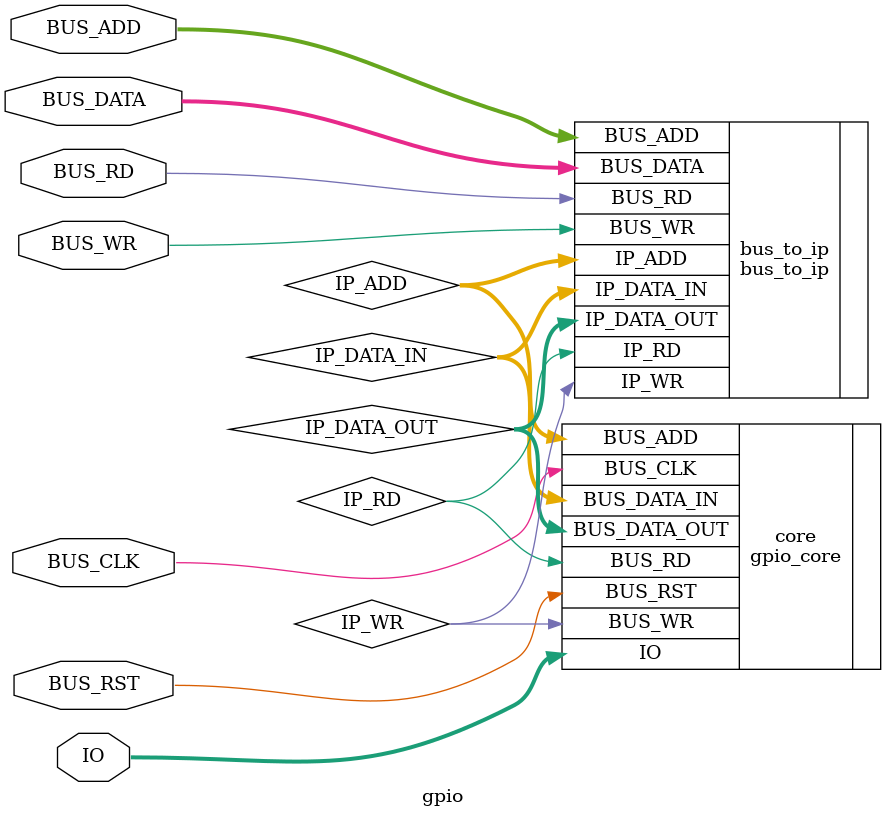
<source format=v>
/**
 * ------------------------------------------------------------
 * Copyright (c) All rights reserved
 * SiLab, Institute of Physics, University of Bonn
 * ------------------------------------------------------------
 */

module gpio #(
    parameter BASEADDR = 16'h0000,
    parameter HIGHADDR = 16'h0000,
    parameter ABUSWIDTH = 16,
    parameter IO_WIDTH = 8,
    parameter IO_DIRECTION = 0,
    parameter IO_TRI = 0
) (
    input wire          BUS_CLK,
    input wire          BUS_RST,
    input wire  [ABUSWIDTH-1:0]  BUS_ADD,
    inout wire  [7:0]   BUS_DATA,
    input wire          BUS_RD,
    input wire          BUS_WR,

    inout wire [IO_WIDTH-1:0]   IO

);

wire IP_RD, IP_WR;
wire [ABUSWIDTH-1:0] IP_ADD;
wire [7:0] IP_DATA_IN;
wire [7:0] IP_DATA_OUT;

bus_to_ip #(
    .BASEADDR(BASEADDR),
    .HIGHADDR(HIGHADDR),
    .ABUSWIDTH(ABUSWIDTH)
) bus_to_ip (
    .BUS_RD(BUS_RD),
    .BUS_WR(BUS_WR),
    .BUS_ADD(BUS_ADD),
    .BUS_DATA(BUS_DATA),

    .IP_RD(IP_RD),
    .IP_WR(IP_WR),
    .IP_ADD(IP_ADD),
    .IP_DATA_IN(IP_DATA_IN),
    .IP_DATA_OUT(IP_DATA_OUT)
);

gpio_core #(
    .ABUSWIDTH(ABUSWIDTH),
    .IO_WIDTH(IO_WIDTH),
    .IO_DIRECTION(IO_DIRECTION),
    .IO_TRI(IO_TRI)
) core (
    .BUS_CLK(BUS_CLK),
    .BUS_RST(BUS_RST),
    .BUS_ADD(IP_ADD),
    .BUS_DATA_IN(IP_DATA_IN),
    .BUS_DATA_OUT(IP_DATA_OUT),
    .BUS_RD(IP_RD),
    .BUS_WR(IP_WR),

    .IO(IO)
);

endmodule

</source>
